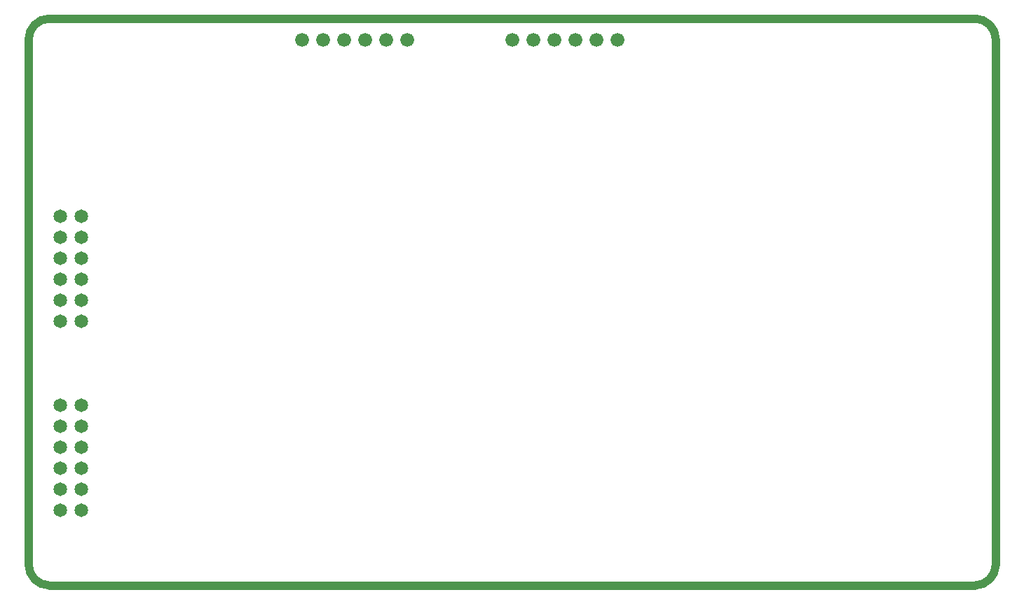
<source format=gts>
%FSLAX24Y24*%
%MOIN*%
G70*
G01*
G75*
G04 Layer_Color=8388736*
%ADD10C,0.0060*%
%ADD11C,0.0150*%
%ADD12C,0.0394*%
%ADD13C,0.0591*%
%ADD14C,0.0600*%
%ADD15C,0.0240*%
%ADD16C,0.0400*%
%ADD17C,0.0640*%
G04:AMPARAMS|DCode=18|XSize=80mil|YSize=80mil|CornerRadius=0mil|HoleSize=0mil|Usage=FLASHONLY|Rotation=0.000|XOffset=0mil|YOffset=0mil|HoleType=Round|Shape=Relief|Width=8mil|Gap=10mil|Entries=4|*
%AMTHD18*
7,0,0,0.0800,0.0600,0.0080,45*
%
%ADD18THD18*%
%ADD19C,0.1490*%
%ADD20C,0.0340*%
G04:AMPARAMS|DCode=21|XSize=50mil|YSize=50mil|CornerRadius=0mil|HoleSize=0mil|Usage=FLASHONLY|Rotation=0.000|XOffset=0mil|YOffset=0mil|HoleType=Round|Shape=Relief|Width=8mil|Gap=10mil|Entries=4|*
%AMTHD21*
7,0,0,0.0500,0.0300,0.0080,45*
%
%ADD21THD21*%
%ADD22R,0.0551X0.0709*%
G04:AMPARAMS|DCode=23|XSize=25.6mil|YSize=23.6mil|CornerRadius=5.9mil|HoleSize=0mil|Usage=FLASHONLY|Rotation=180.000|XOffset=0mil|YOffset=0mil|HoleType=Round|Shape=RoundedRectangle|*
%AMROUNDEDRECTD23*
21,1,0.0256,0.0118,0,0,180.0*
21,1,0.0138,0.0236,0,0,180.0*
1,1,0.0118,-0.0069,0.0059*
1,1,0.0118,0.0069,0.0059*
1,1,0.0118,0.0069,-0.0059*
1,1,0.0118,-0.0069,-0.0059*
%
%ADD23ROUNDEDRECTD23*%
%ADD24R,0.0984X0.0354*%
%ADD25R,0.0098X0.0315*%
%ADD26R,0.0236X0.0748*%
%ADD27R,0.0827X0.1102*%
%ADD28R,0.0433X0.0256*%
%ADD29R,0.0433X0.0097*%
%ADD30R,0.0433X0.0097*%
%ADD31R,0.0097X0.0433*%
%ADD32R,0.0433X0.1260*%
%ADD33R,0.0138X0.0709*%
%ADD34R,0.0126X0.0709*%
%ADD35R,0.0394X0.0433*%
%ADD36R,0.0256X0.0295*%
%ADD37R,0.0669X0.0984*%
%ADD38R,0.0591X0.0512*%
%ADD39R,0.0236X0.0197*%
G04:AMPARAMS|DCode=40|XSize=25.6mil|YSize=23.6mil|CornerRadius=5.9mil|HoleSize=0mil|Usage=FLASHONLY|Rotation=270.000|XOffset=0mil|YOffset=0mil|HoleType=Round|Shape=RoundedRectangle|*
%AMROUNDEDRECTD40*
21,1,0.0256,0.0118,0,0,270.0*
21,1,0.0138,0.0236,0,0,270.0*
1,1,0.0118,-0.0059,-0.0069*
1,1,0.0118,-0.0059,0.0069*
1,1,0.0118,0.0059,0.0069*
1,1,0.0118,0.0059,-0.0069*
%
%ADD40ROUNDEDRECTD40*%
%ADD41R,0.0197X0.0236*%
%ADD42C,0.0100*%
%ADD43C,0.0120*%
%ADD44C,0.0200*%
%ADD45C,0.0140*%
%ADD46C,0.0651*%
%ADD47C,0.0030*%
%ADD48C,0.0660*%
D12*
X0Y1000D02*
G03*
X1000Y0I1000J0D01*
G01*
X1000Y27000D02*
G03*
X0Y26000I0J-1000D01*
G01*
X45000Y0D02*
G03*
X46000Y1000I0J1000D01*
G01*
X46001Y26000D02*
G03*
X45001Y27000I-1000J0D01*
G01*
X1000Y0D02*
X45000Y0D01*
X0Y1000D02*
X0Y26000D01*
X46000Y1000D02*
X46000Y26000D01*
X1000Y27000D02*
X45001Y27000D01*
D46*
X1500Y17600D02*
D03*
X1500Y16600D02*
D03*
X1500Y15600D02*
D03*
X1500Y12600D02*
D03*
X1500Y13600D02*
D03*
X1500Y14600D02*
D03*
X2500Y14600D02*
D03*
X2500Y13600D02*
D03*
X2500Y12600D02*
D03*
X2500Y15600D02*
D03*
X2500Y16600D02*
D03*
X2500Y17600D02*
D03*
X1500Y8600D02*
D03*
X1500Y7600D02*
D03*
X1500Y6600D02*
D03*
X1500Y3600D02*
D03*
X1500Y4600D02*
D03*
X1500Y5600D02*
D03*
X2500Y5600D02*
D03*
X2500Y4600D02*
D03*
X2500Y3600D02*
D03*
X2500Y6600D02*
D03*
X2500Y7600D02*
D03*
X2500Y8600D02*
D03*
D47*
X45000Y1000D02*
D03*
X920Y960D02*
D03*
X45000Y26000D02*
D03*
X1000Y26010D02*
D03*
D48*
X13000Y26000D02*
D03*
X14000Y26000D02*
D03*
X15000Y26000D02*
D03*
X16000Y26000D02*
D03*
X17000Y26000D02*
D03*
X18000Y26000D02*
D03*
X23000Y26000D02*
D03*
X24000Y26000D02*
D03*
X25000Y26000D02*
D03*
X26000Y26000D02*
D03*
X27000Y26000D02*
D03*
X28000Y26000D02*
D03*
M02*

</source>
